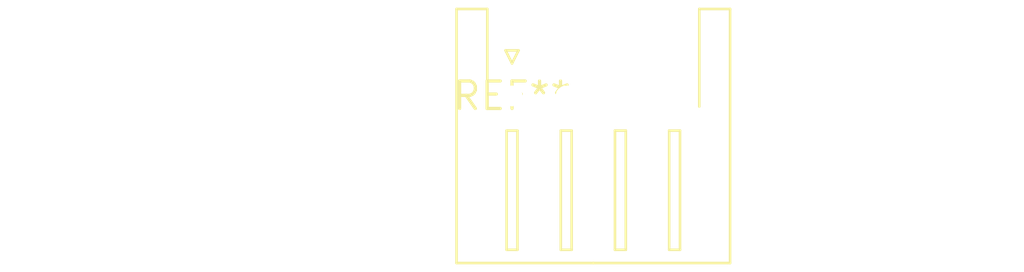
<source format=kicad_pcb>
(kicad_pcb (version 20240108) (generator pcbnew)
  (layers (0 "F.Cu" signal) (31 "B.Cu" signal) (34 "B.Paste" user) (35 "F.Paste" user) (36 "B.SilkS" user "B.Silkscreen") (37 "F.SilkS" user "F.Silkscreen") (38 "B.Mask" user) (39 "F.Mask" user) (44 "Edge.Cuts" user))
  (net 0 "")
  (footprint "JST_XH_S4B-XH-A-1_1x04_P2.50mm_Horizontal" (layer "F.Cu") (at 0 0)
    (property "Reference" "REF**")
    (property "Value" "JST_XH_S4B-XH-A-1_1x04_P2.50mm_Horizontal")
    (fp_line (start -2.56 -4.01) (end -1.14 -4.01) (layer "F.SilkS") (stroke (width 0.12)))
    (fp_line (start -2.56 7.71) (end -2.56 -4.01) (layer "F.SilkS") (stroke (width 0.12)))
    (fp_line (start -1.14 -4.01) (end -1.14 0.49) (layer "F.SilkS") (stroke (width 0.12)))
    (fp_line (start -0.3 -2.1) (end 0.3 -2.1) (layer "F.SilkS") (stroke (width 0.12)))
    (fp_line (start -0.25 1.6) (end -0.25 7.1) (layer "F.SilkS") (stroke (width 0.12)))
    (fp_line (start -0.25 7.1) (end 0.25 7.1) (layer "F.SilkS") (stroke (width 0.12)))
    (fp_line (start 0 -1.5) (end -0.3 -2.1) (layer "F.SilkS") (stroke (width 0.12)))
    (fp_line (start 0.25 1.6) (end -0.25 1.6) (layer "F.SilkS") (stroke (width 0.12)))
    (fp_line (start 0.25 7.1) (end 0.25 1.6) (layer "F.SilkS") (stroke (width 0.12)))
    (fp_line (start 0.3 -2.1) (end 0 -1.5) (layer "F.SilkS") (stroke (width 0.12)))
    (fp_line (start 2.25 1.6) (end 2.25 7.1) (layer "F.SilkS") (stroke (width 0.12)))
    (fp_line (start 2.25 7.1) (end 2.75 7.1) (layer "F.SilkS") (stroke (width 0.12)))
    (fp_line (start 2.75 1.6) (end 2.25 1.6) (layer "F.SilkS") (stroke (width 0.12)))
    (fp_line (start 2.75 7.1) (end 2.75 1.6) (layer "F.SilkS") (stroke (width 0.12)))
    (fp_line (start 3.75 7.71) (end -2.56 7.71) (layer "F.SilkS") (stroke (width 0.12)))
    (fp_line (start 3.75 7.71) (end 10.06 7.71) (layer "F.SilkS") (stroke (width 0.12)))
    (fp_line (start 4.75 1.6) (end 4.75 7.1) (layer "F.SilkS") (stroke (width 0.12)))
    (fp_line (start 4.75 7.1) (end 5.25 7.1) (layer "F.SilkS") (stroke (width 0.12)))
    (fp_line (start 5.25 1.6) (end 4.75 1.6) (layer "F.SilkS") (stroke (width 0.12)))
    (fp_line (start 5.25 7.1) (end 5.25 1.6) (layer "F.SilkS") (stroke (width 0.12)))
    (fp_line (start 7.25 1.6) (end 7.25 7.1) (layer "F.SilkS") (stroke (width 0.12)))
    (fp_line (start 7.25 7.1) (end 7.75 7.1) (layer "F.SilkS") (stroke (width 0.12)))
    (fp_line (start 7.75 1.6) (end 7.25 1.6) (layer "F.SilkS") (stroke (width 0.12)))
    (fp_line (start 7.75 7.1) (end 7.75 1.6) (layer "F.SilkS") (stroke (width 0.12)))
    (fp_line (start 8.64 -4.01) (end 8.64 0.49) (layer "F.SilkS") (stroke (width 0.12)))
    (fp_line (start 10.06 -4.01) (end 8.64 -4.01) (layer "F.SilkS") (stroke (width 0.12)))
    (fp_line (start 10.06 7.71) (end 10.06 -4.01) (layer "F.SilkS") (stroke (width 0.12)))
    (pad "1" thru_hole roundrect (at 0 0) (size 1.7 1.95) (drill 0.95) (layers *.Cu *.Mask) (remove_unused_layers) (roundrect_rratio 0.147059))
    (pad "2" thru_hole oval (at 2.5 0) (size 1.7 1.95) (drill 0.95) (layers *.Cu *.Mask) (remove_unused_layers))
    (pad "3" thru_hole oval (at 5 0) (size 1.7 1.95) (drill 0.95) (layers *.Cu *.Mask) (remove_unused_layers))
    (pad "4" thru_hole oval (at 7.5 0) (size 1.7 1.95) (drill 0.95) (layers *.Cu *.Mask) (remove_unused_layers))
  )
)
</source>
